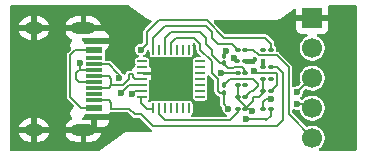
<source format=gbr>
%TF.GenerationSoftware,KiCad,Pcbnew,9.0.2-9.0.2-0~ubuntu22.04.1*%
%TF.CreationDate,2025-06-23T11:59:02+05:30*%
%TF.ProjectId,CP2102,43503231-3032-42e6-9b69-6361645f7063,rev?*%
%TF.SameCoordinates,Original*%
%TF.FileFunction,Copper,L1,Top*%
%TF.FilePolarity,Positive*%
%FSLAX46Y46*%
G04 Gerber Fmt 4.6, Leading zero omitted, Abs format (unit mm)*
G04 Created by KiCad (PCBNEW 9.0.2-9.0.2-0~ubuntu22.04.1) date 2025-06-23 11:59:02*
%MOMM*%
%LPD*%
G01*
G04 APERTURE LIST*
G04 Aperture macros list*
%AMRoundRect*
0 Rectangle with rounded corners*
0 $1 Rounding radius*
0 $2 $3 $4 $5 $6 $7 $8 $9 X,Y pos of 4 corners*
0 Add a 4 corners polygon primitive as box body*
4,1,4,$2,$3,$4,$5,$6,$7,$8,$9,$2,$3,0*
0 Add four circle primitives for the rounded corners*
1,1,$1+$1,$2,$3*
1,1,$1+$1,$4,$5*
1,1,$1+$1,$6,$7*
1,1,$1+$1,$8,$9*
0 Add four rect primitives between the rounded corners*
20,1,$1+$1,$2,$3,$4,$5,0*
20,1,$1+$1,$4,$5,$6,$7,0*
20,1,$1+$1,$6,$7,$8,$9,0*
20,1,$1+$1,$8,$9,$2,$3,0*%
G04 Aperture macros list end*
%TA.AperFunction,ComponentPad*%
%ADD10R,1.700000X1.700000*%
%TD*%
%TA.AperFunction,ComponentPad*%
%ADD11C,1.700000*%
%TD*%
%TA.AperFunction,SMDPad,CuDef*%
%ADD12RoundRect,0.100000X-0.130000X-0.100000X0.130000X-0.100000X0.130000X0.100000X-0.130000X0.100000X0*%
%TD*%
%TA.AperFunction,SMDPad,CuDef*%
%ADD13RoundRect,0.100000X0.130000X0.100000X-0.130000X0.100000X-0.130000X-0.100000X0.130000X-0.100000X0*%
%TD*%
%TA.AperFunction,SMDPad,CuDef*%
%ADD14R,1.450000X0.600000*%
%TD*%
%TA.AperFunction,SMDPad,CuDef*%
%ADD15R,1.450000X0.300000*%
%TD*%
%TA.AperFunction,HeatsinkPad*%
%ADD16O,2.100000X1.000000*%
%TD*%
%TA.AperFunction,HeatsinkPad*%
%ADD17O,1.600000X1.000000*%
%TD*%
%TA.AperFunction,SMDPad,CuDef*%
%ADD18RoundRect,0.100000X0.100000X-0.130000X0.100000X0.130000X-0.100000X0.130000X-0.100000X-0.130000X0*%
%TD*%
%TA.AperFunction,SMDPad,CuDef*%
%ADD19RoundRect,0.062500X-0.337500X-0.062500X0.337500X-0.062500X0.337500X0.062500X-0.337500X0.062500X0*%
%TD*%
%TA.AperFunction,SMDPad,CuDef*%
%ADD20RoundRect,0.062500X-0.062500X-0.337500X0.062500X-0.337500X0.062500X0.337500X-0.062500X0.337500X0*%
%TD*%
%TA.AperFunction,HeatsinkPad*%
%ADD21R,3.350000X3.350000*%
%TD*%
%TA.AperFunction,ViaPad*%
%ADD22C,0.600000*%
%TD*%
%TA.AperFunction,Conductor*%
%ADD23C,0.200000*%
%TD*%
G04 APERTURE END LIST*
D10*
%TO.P,J2,1,Pin_1*%
%TO.N,GND*%
X130500000Y-35340000D03*
D11*
%TO.P,J2,2,Pin_2*%
%TO.N,/VBUS*%
X130500000Y-37880000D03*
%TO.P,J2,3,Pin_3*%
%TO.N,/RX*%
X130500000Y-40420000D03*
%TO.P,J2,4,Pin_4*%
%TO.N,/TX*%
X130500000Y-42960000D03*
%TO.P,J2,5,Pin_5*%
%TO.N,/RST*%
X130500000Y-45500000D03*
%TD*%
D12*
%TO.P,C4,1*%
%TO.N,/VBUS*%
X124180000Y-41000000D03*
%TO.P,C4,2*%
%TO.N,GND*%
X124820000Y-41000000D03*
%TD*%
D13*
%TO.P,R3,1*%
%TO.N,/VBUS*%
X124820000Y-43000000D03*
%TO.P,R3,2*%
%TO.N,Net-(U1-~{RST})*%
X124180000Y-43000000D03*
%TD*%
D12*
%TO.P,R2,1*%
%TO.N,GND*%
X126335000Y-39500000D03*
%TO.P,R2,2*%
%TO.N,Net-(J1-CC2)*%
X126975000Y-39500000D03*
%TD*%
%TO.P,R1,1*%
%TO.N,Net-(J1-CC1)*%
X124135000Y-39000000D03*
%TO.P,R1,2*%
%TO.N,GND*%
X124775000Y-39000000D03*
%TD*%
D14*
%TO.P,J1,A1,GND*%
%TO.N,GND*%
X112045000Y-37250000D03*
%TO.P,J1,A4,VBUS*%
%TO.N,Net-(D3-Pad2)*%
X112045000Y-38050000D03*
D15*
%TO.P,J1,A5,CC1*%
%TO.N,Net-(J1-CC1)*%
X112045000Y-39250000D03*
%TO.P,J1,A6,D+*%
%TO.N,/D+*%
X112045000Y-40250000D03*
%TO.P,J1,A7,D-*%
%TO.N,/D-*%
X112045000Y-40750000D03*
%TO.P,J1,A8,SBU1*%
%TO.N,unconnected-(J1-SBU1-PadA8)*%
X112045000Y-41750000D03*
D14*
%TO.P,J1,A9,VBUS*%
%TO.N,Net-(D3-Pad2)*%
X112045000Y-42950000D03*
%TO.P,J1,A12,GND*%
%TO.N,GND*%
X112045000Y-43750000D03*
%TO.P,J1,B1,GND*%
X112045000Y-43750000D03*
%TO.P,J1,B4,VBUS*%
%TO.N,Net-(D3-Pad2)*%
X112045000Y-42950000D03*
D15*
%TO.P,J1,B5,CC2*%
%TO.N,Net-(J1-CC2)*%
X112045000Y-42250000D03*
%TO.P,J1,B6,D+*%
%TO.N,/D+*%
X112045000Y-41250000D03*
%TO.P,J1,B7,D-*%
%TO.N,/D-*%
X112045000Y-39750000D03*
%TO.P,J1,B8,SBU2*%
%TO.N,unconnected-(J1-SBU2-PadB8)*%
X112045000Y-38750000D03*
D14*
%TO.P,J1,B9,VBUS*%
%TO.N,Net-(D3-Pad2)*%
X112045000Y-38050000D03*
%TO.P,J1,B12,GND*%
%TO.N,GND*%
X112045000Y-37250000D03*
D16*
%TO.P,J1,S1,SHIELD*%
X111130000Y-36180000D03*
D17*
X106950000Y-36180000D03*
D16*
X111130000Y-44820000D03*
D17*
X106950000Y-44820000D03*
%TD*%
D12*
%TO.P,R7,1*%
%TO.N,/VBUS*%
X124180000Y-42000000D03*
%TO.P,R7,2*%
%TO.N,Net-(D5-A)*%
X124820000Y-42000000D03*
%TD*%
%TO.P,C2,1*%
%TO.N,Net-(U1-~{DTR})*%
X124180000Y-38000000D03*
%TO.P,C2,2*%
%TO.N,/RST*%
X124820000Y-38000000D03*
%TD*%
%TO.P,C3,1*%
%TO.N,/VBUS*%
X126335000Y-40500000D03*
%TO.P,C3,2*%
%TO.N,GND*%
X126975000Y-40500000D03*
%TD*%
D18*
%TO.P,D4,1,K*%
%TO.N,Net-(D4-K)*%
X123000000Y-39165000D03*
%TO.P,D4,2,A*%
%TO.N,Net-(D4-A)*%
X123000000Y-38525000D03*
%TD*%
D19*
%TO.P,U1,1,~{DCD}*%
%TO.N,unconnected-(U1-~{DCD}-Pad1)*%
X116100000Y-39000000D03*
%TO.P,U1,2,~{RI}/CLK*%
%TO.N,unconnected-(U1-~{RI}{slash}CLK-Pad2)*%
X116100000Y-39500000D03*
%TO.P,U1,3,GND*%
%TO.N,GND*%
X116100000Y-40000000D03*
%TO.P,U1,4,D+*%
%TO.N,/D+*%
X116100000Y-40500000D03*
%TO.P,U1,5,D-*%
%TO.N,/D-*%
X116100000Y-41000000D03*
%TO.P,U1,6,VDD*%
%TO.N,Net-(U1-VDD)*%
X116100000Y-41500000D03*
%TO.P,U1,7,VREGIN*%
%TO.N,/VBUS*%
X116100000Y-42000000D03*
D20*
%TO.P,U1,8,VBUS*%
X117050000Y-42950000D03*
%TO.P,U1,9,~{RST}*%
%TO.N,Net-(U1-~{RST})*%
X117550000Y-42950000D03*
%TO.P,U1,10,NC*%
%TO.N,unconnected-(U1-NC-Pad10)*%
X118050000Y-42950000D03*
%TO.P,U1,11,~{SUSPEND}*%
%TO.N,unconnected-(U1-~{SUSPEND}-Pad11)*%
X118550000Y-42950000D03*
%TO.P,U1,12,SUSPEND*%
%TO.N,unconnected-(U1-SUSPEND-Pad12)*%
X119050000Y-42950000D03*
%TO.P,U1,13,CHREN*%
%TO.N,unconnected-(U1-CHREN-Pad13)*%
X119550000Y-42950000D03*
%TO.P,U1,14,CHR1*%
%TO.N,unconnected-(U1-CHR1-Pad14)*%
X120050000Y-42950000D03*
D19*
%TO.P,U1,15,CHR0*%
%TO.N,unconnected-(U1-CHR0-Pad15)*%
X121000000Y-42000000D03*
%TO.P,U1,16,~{WAKEUP}/GPIO.3*%
%TO.N,unconnected-(U1-~{WAKEUP}{slash}GPIO.3-Pad16)*%
X121000000Y-41500000D03*
%TO.P,U1,17,RS485/GPIO.2*%
%TO.N,unconnected-(U1-RS485{slash}GPIO.2-Pad17)*%
X121000000Y-41000000D03*
%TO.P,U1,18,~{RXT}/GPIO.1*%
%TO.N,unconnected-(U1-~{RXT}{slash}GPIO.1-Pad18)*%
X121000000Y-40500000D03*
%TO.P,U1,19,~{TXT}/GPIO.0*%
%TO.N,unconnected-(U1-~{TXT}{slash}GPIO.0-Pad19)*%
X121000000Y-40000000D03*
%TO.P,U1,20,GPIO.6*%
%TO.N,unconnected-(U1-GPIO.6-Pad20)*%
X121000000Y-39500000D03*
%TO.P,U1,21,GPIO.5*%
%TO.N,unconnected-(U1-GPIO.5-Pad21)*%
X121000000Y-39000000D03*
D20*
%TO.P,U1,22,GPIO.4*%
%TO.N,unconnected-(U1-GPIO.4-Pad22)*%
X120050000Y-38050000D03*
%TO.P,U1,23,~{CTS}*%
%TO.N,unconnected-(U1-~{CTS}-Pad23)*%
X119550000Y-38050000D03*
%TO.P,U1,24,~{RTS}*%
%TO.N,unconnected-(U1-~{RTS}-Pad24)*%
X119050000Y-38050000D03*
%TO.P,U1,25,RXD*%
%TO.N,Net-(D5-K)*%
X118550000Y-38050000D03*
%TO.P,U1,26,TXD*%
%TO.N,Net-(D4-K)*%
X118050000Y-38050000D03*
%TO.P,U1,27,~{DSR}*%
%TO.N,unconnected-(U1-~{DSR}-Pad27)*%
X117550000Y-38050000D03*
%TO.P,U1,28,~{DTR}*%
%TO.N,Net-(U1-~{DTR})*%
X117050000Y-38050000D03*
D21*
%TO.P,U1,29,GND*%
%TO.N,GND*%
X118550000Y-40500000D03*
%TD*%
D12*
%TO.P,R5,1*%
%TO.N,/RX*%
X126335000Y-43000000D03*
%TO.P,R5,2*%
%TO.N,Net-(D5-K)*%
X126975000Y-43000000D03*
%TD*%
%TO.P,R4,1*%
%TO.N,/TX*%
X124180000Y-40000000D03*
%TO.P,R4,2*%
%TO.N,Net-(D4-K)*%
X124820000Y-40000000D03*
%TD*%
%TO.P,C1,1*%
%TO.N,GND*%
X126335000Y-38000000D03*
%TO.P,C1,2*%
%TO.N,Net-(U1-VDD)*%
X126975000Y-38000000D03*
%TD*%
D18*
%TO.P,D5,1,K*%
%TO.N,Net-(D5-K)*%
X123000000Y-41665000D03*
%TO.P,D5,2,A*%
%TO.N,Net-(D5-A)*%
X123000000Y-41025000D03*
%TD*%
D12*
%TO.P,R6,1*%
%TO.N,/VBUS*%
X126335000Y-41500000D03*
%TO.P,R6,2*%
%TO.N,Net-(D4-A)*%
X126975000Y-41500000D03*
%TD*%
D22*
%TO.N,Net-(U1-VDD)*%
X115200000Y-41800000D03*
X116000000Y-38000000D03*
%TO.N,/VBUS*%
X125400000Y-43200000D03*
%TO.N,Net-(D4-A)*%
X125600000Y-39800000D03*
X123200000Y-38100000D03*
%TO.N,Net-(D5-K)*%
X124900000Y-43900000D03*
X123400000Y-43000000D03*
%TO.N,/D-*%
X110800000Y-39100000D03*
X114300000Y-41700000D03*
%TO.N,Net-(J1-CC1)*%
X123900000Y-38700000D03*
X114100000Y-40400000D03*
%TO.N,/TX*%
X129200000Y-42600000D03*
X122800000Y-40000000D03*
%TO.N,/RX*%
X127000000Y-42200000D03*
X129200000Y-41600000D03*
%TD*%
D23*
%TO.N,Net-(U1-VDD)*%
X121565686Y-35500000D02*
X117500000Y-35500000D01*
X116100000Y-41500000D02*
X115500000Y-41500000D01*
X126500000Y-37000000D02*
X123065686Y-37000000D01*
X117500000Y-35500000D02*
X116500000Y-36500000D01*
X126975000Y-37525000D02*
X127000000Y-37500000D01*
X116500000Y-37500000D02*
X116000000Y-38000000D01*
X123065686Y-37000000D02*
X121565686Y-35500000D01*
X127000000Y-37500000D02*
X126500000Y-37000000D01*
X115500000Y-41500000D02*
X115200000Y-41800000D01*
X116500000Y-36500000D02*
X116500000Y-37500000D01*
X126975000Y-38000000D02*
X126975000Y-37525000D01*
%TO.N,/RST*%
X128500000Y-39500000D02*
X128500000Y-43500000D01*
X128500000Y-43500000D02*
X130500000Y-45500000D01*
X125500000Y-38000000D02*
X126000000Y-38500000D01*
X127500000Y-38500000D02*
X128500000Y-39500000D01*
X124820000Y-38000000D02*
X125500000Y-38000000D01*
X126000000Y-38500000D02*
X127500000Y-38500000D01*
%TO.N,Net-(U1-~{DTR})*%
X122000000Y-37000000D02*
X122500000Y-37500000D01*
X118000000Y-36000000D02*
X121500000Y-36000000D01*
X117050000Y-38050000D02*
X117000000Y-38000000D01*
X117000000Y-37000000D02*
X118000000Y-36000000D01*
X122500000Y-37500000D02*
X123680000Y-37500000D01*
X121500000Y-36000000D02*
X122000000Y-36500000D01*
X117000000Y-38000000D02*
X117000000Y-37000000D01*
X122000000Y-36500000D02*
X122000000Y-37000000D01*
X123680000Y-37500000D02*
X124180000Y-38000000D01*
%TO.N,/VBUS*%
X116000000Y-42500000D02*
X116000000Y-42100000D01*
X117000000Y-43000000D02*
X116500000Y-43000000D01*
X124820000Y-42820000D02*
X124180000Y-42180000D01*
X124820000Y-43000000D02*
X124820000Y-42820000D01*
X116000000Y-42100000D02*
X116100000Y-42000000D01*
X125500000Y-42000000D02*
X125500000Y-42320000D01*
X126000000Y-42000000D02*
X125500000Y-42000000D01*
X126335000Y-40500000D02*
X126335000Y-41500000D01*
X117050000Y-42950000D02*
X117000000Y-43000000D01*
X125200000Y-43000000D02*
X125400000Y-43200000D01*
X124820000Y-43000000D02*
X125200000Y-43000000D01*
X125500000Y-42320000D02*
X124820000Y-43000000D01*
X116500000Y-43000000D02*
X116000000Y-42500000D01*
X124180000Y-42000000D02*
X124180000Y-41000000D01*
X124180000Y-42180000D02*
X124180000Y-42000000D01*
X126335000Y-41665000D02*
X126000000Y-42000000D01*
X126335000Y-41500000D02*
X126335000Y-41665000D01*
%TO.N,Net-(D4-K)*%
X122032843Y-38467157D02*
X122730686Y-39165000D01*
X124600000Y-39500000D02*
X124600000Y-39600000D01*
X118050000Y-38050000D02*
X118000000Y-38000000D01*
X123000000Y-39165000D02*
X123000000Y-39200000D01*
X124600000Y-39600000D02*
X124820000Y-39820000D01*
X118500000Y-36500000D02*
X121000000Y-36500000D01*
X121500000Y-37000000D02*
X121500000Y-37500000D01*
X124820000Y-39820000D02*
X124820000Y-40000000D01*
X121000000Y-36500000D02*
X121500000Y-37000000D01*
X118000000Y-38000000D02*
X118000000Y-37000000D01*
X123400000Y-39600000D02*
X123781544Y-39600000D01*
X123781544Y-39600000D02*
X123881544Y-39500000D01*
X122730686Y-39165000D02*
X123000000Y-39165000D01*
X118000000Y-37000000D02*
X118500000Y-36500000D01*
X123881544Y-39500000D02*
X124600000Y-39500000D01*
X123000000Y-39200000D02*
X123400000Y-39600000D01*
X122032843Y-38032843D02*
X122032843Y-38467157D01*
X121500000Y-37500000D02*
X122032843Y-38032843D01*
%TO.N,Net-(D4-A)*%
X127434314Y-40000000D02*
X127505000Y-40070686D01*
X125600000Y-39800000D02*
X125800000Y-40000000D01*
X127505000Y-40970000D02*
X126975000Y-41500000D01*
X127505000Y-40070686D02*
X127505000Y-40970000D01*
X123000000Y-38525000D02*
X123000000Y-38300000D01*
X123000000Y-38300000D02*
X123200000Y-38100000D01*
X125800000Y-40000000D02*
X127434314Y-40000000D01*
%TO.N,Net-(D5-A)*%
X125500000Y-41500000D02*
X125320000Y-41500000D01*
X123000000Y-41025000D02*
X123000000Y-41000000D01*
X123000000Y-41000000D02*
X123500000Y-40500000D01*
X125320000Y-41500000D02*
X124820000Y-42000000D01*
X125935000Y-40935000D02*
X125935000Y-41065000D01*
X123500000Y-40500000D02*
X125500000Y-40500000D01*
X125935000Y-41065000D02*
X125500000Y-41500000D01*
X125500000Y-40500000D02*
X125935000Y-40935000D01*
%TO.N,Net-(D5-K)*%
X126975000Y-43625000D02*
X126975000Y-43000000D01*
X122000000Y-39000000D02*
X121000000Y-38000000D01*
X118550000Y-37450000D02*
X118550000Y-38050000D01*
X123000000Y-41665000D02*
X122665000Y-41665000D01*
X122500000Y-40500000D02*
X122000000Y-40000000D01*
X122500000Y-41500000D02*
X122500000Y-40500000D01*
X123000000Y-42600000D02*
X123400000Y-43000000D01*
X120500000Y-37000000D02*
X119000000Y-37000000D01*
X122000000Y-40000000D02*
X122000000Y-39000000D01*
X126500000Y-43900000D02*
X126600000Y-44000000D01*
X124800000Y-44000000D02*
X124900000Y-43900000D01*
X121000000Y-37500000D02*
X120500000Y-37000000D01*
X122665000Y-41665000D02*
X122500000Y-41500000D01*
X121000000Y-38000000D02*
X121000000Y-37500000D01*
X119000000Y-37000000D02*
X118550000Y-37450000D01*
X124900000Y-43900000D02*
X126500000Y-43900000D01*
X126600000Y-44000000D02*
X126975000Y-43625000D01*
X123000000Y-41665000D02*
X123000000Y-42600000D01*
%TO.N,/D+*%
X115000000Y-40100000D02*
X115300000Y-40100000D01*
X113500000Y-40500000D02*
X113500000Y-41000000D01*
X112045000Y-40250000D02*
X113250000Y-40250000D01*
X115500000Y-40500000D02*
X116100000Y-40500000D01*
X115300000Y-40100000D02*
X115300000Y-40300000D01*
X115300000Y-40300000D02*
X115500000Y-40500000D01*
X115000000Y-40500000D02*
X115000000Y-40100000D01*
X113250000Y-41250000D02*
X112045000Y-41250000D01*
X113250000Y-40250000D02*
X113500000Y-40500000D01*
X113500000Y-41000000D02*
X113250000Y-41250000D01*
X113500000Y-41000000D02*
X114500000Y-41000000D01*
X114500000Y-41000000D02*
X115000000Y-40500000D01*
%TO.N,/D-*%
X110800000Y-39700000D02*
X110750000Y-39750000D01*
X110500000Y-40500000D02*
X110750000Y-40750000D01*
X110500000Y-40000000D02*
X110500000Y-40500000D01*
X112045000Y-39750000D02*
X110750000Y-39750000D01*
X110750000Y-39750000D02*
X110500000Y-40000000D01*
X115000000Y-41000000D02*
X114300000Y-41700000D01*
X116100000Y-41000000D02*
X115000000Y-41000000D01*
X110800000Y-39100000D02*
X110800000Y-39700000D01*
X110750000Y-40750000D02*
X112045000Y-40750000D01*
%TO.N,Net-(D3-Pad2)*%
X112045000Y-38050000D02*
X110450000Y-38050000D01*
X110450000Y-38050000D02*
X110000000Y-38500000D01*
X112045000Y-42950000D02*
X110950000Y-42950000D01*
X110000000Y-38500000D02*
X110000000Y-42000000D01*
X110950000Y-42950000D02*
X110000000Y-42000000D01*
%TO.N,Net-(J1-CC1)*%
X114000000Y-40000000D02*
X114100000Y-40100000D01*
X124135000Y-38935000D02*
X123900000Y-38700000D01*
X113250000Y-39250000D02*
X114000000Y-40000000D01*
X114100000Y-40100000D02*
X114100000Y-40400000D01*
X112045000Y-39250000D02*
X113250000Y-39250000D01*
X124135000Y-39000000D02*
X124135000Y-38935000D01*
%TO.N,Net-(J1-CC2)*%
X127500000Y-44500000D02*
X117000000Y-44500000D01*
X115000000Y-43000000D02*
X113500000Y-43000000D01*
X128000000Y-44000000D02*
X127500000Y-44500000D01*
X117000000Y-44500000D02*
X116000000Y-43500000D01*
X113500000Y-42500000D02*
X113250000Y-42250000D01*
X113500000Y-43000000D02*
X113500000Y-42500000D01*
X127500000Y-39500000D02*
X128000000Y-40000000D01*
X128000000Y-40000000D02*
X128000000Y-44000000D01*
X115500000Y-43500000D02*
X115000000Y-43000000D01*
X126975000Y-39500000D02*
X127500000Y-39500000D01*
X113250000Y-42250000D02*
X112045000Y-42250000D01*
X116000000Y-43500000D02*
X115500000Y-43500000D01*
%TO.N,/TX*%
X129000000Y-42600000D02*
X129200000Y-42600000D01*
X130500000Y-42960000D02*
X130140000Y-42600000D01*
X123200000Y-40000000D02*
X122800000Y-40000000D01*
X124180000Y-40000000D02*
X123200000Y-40000000D01*
X130140000Y-42600000D02*
X129200000Y-42600000D01*
%TO.N,/RX*%
X126335000Y-43000000D02*
X126335000Y-42465000D01*
X126600000Y-42200000D02*
X127000000Y-42200000D01*
X130500000Y-40420000D02*
X130380000Y-40420000D01*
X126335000Y-42465000D02*
X126600000Y-42200000D01*
X130380000Y-40420000D02*
X129200000Y-41600000D01*
%TO.N,Net-(U1-~{RST})*%
X118000000Y-44000000D02*
X123500000Y-44000000D01*
X117550000Y-42950000D02*
X117500000Y-43000000D01*
X117500000Y-43500000D02*
X118000000Y-44000000D01*
X124180000Y-43320000D02*
X124180000Y-43000000D01*
X123500000Y-44000000D02*
X124180000Y-43320000D01*
X117500000Y-43000000D02*
X117500000Y-43500000D01*
%TD*%
%TA.AperFunction,Conductor*%
%TO.N,GND*%
G36*
X114855610Y-34225457D02*
G01*
X114922643Y-34245156D01*
X114925947Y-34247355D01*
X116444339Y-35293814D01*
X116569066Y-35379774D01*
X116569065Y-35379774D01*
X116578378Y-35386192D01*
X116592686Y-35400500D01*
X116632448Y-35423456D01*
X116649652Y-35435313D01*
X116670235Y-35449499D01*
X116678627Y-35452483D01*
X116699091Y-35461933D01*
X116706814Y-35466392D01*
X116746401Y-35476998D01*
X116749665Y-35477921D01*
X116752759Y-35478842D01*
X116794403Y-35493651D01*
X116805458Y-35494535D01*
X116817956Y-35498257D01*
X116836770Y-35510450D01*
X116857707Y-35518460D01*
X116865520Y-35529082D01*
X116876589Y-35536256D01*
X116885824Y-35556685D01*
X116899107Y-35574743D01*
X116899937Y-35587904D01*
X116905370Y-35599922D01*
X116902095Y-35622098D01*
X116903507Y-35644474D01*
X116897066Y-35656151D01*
X116895163Y-35669042D01*
X116881033Y-35685222D01*
X116870247Y-35704781D01*
X116315489Y-36259540D01*
X116259541Y-36315487D01*
X116259535Y-36315495D01*
X116219982Y-36384004D01*
X116219979Y-36384009D01*
X116210319Y-36420060D01*
X116199737Y-36459556D01*
X116199500Y-36460439D01*
X116199500Y-37324165D01*
X116190855Y-37353605D01*
X116184332Y-37383592D01*
X116180577Y-37388607D01*
X116179815Y-37391204D01*
X116163181Y-37411846D01*
X116111846Y-37463181D01*
X116050523Y-37496666D01*
X116024165Y-37499500D01*
X115934108Y-37499500D01*
X115806812Y-37533608D01*
X115692686Y-37599500D01*
X115692683Y-37599502D01*
X115599502Y-37692683D01*
X115599500Y-37692686D01*
X115533608Y-37806812D01*
X115505148Y-37913028D01*
X115499500Y-37934108D01*
X115499500Y-38065892D01*
X115505037Y-38086556D01*
X115533608Y-38193187D01*
X115550378Y-38222233D01*
X115599500Y-38307314D01*
X115692686Y-38400500D01*
X115771593Y-38446057D01*
X115819807Y-38496623D01*
X115833031Y-38565230D01*
X115807063Y-38630094D01*
X115750149Y-38670623D01*
X115733783Y-38675060D01*
X115659885Y-38689759D01*
X115659879Y-38689761D01*
X115572888Y-38747888D01*
X115514760Y-38834883D01*
X115514758Y-38834887D01*
X115499500Y-38911595D01*
X115499500Y-39088398D01*
X115514760Y-39165119D01*
X115525446Y-39181111D01*
X115546323Y-39247788D01*
X115539397Y-39290919D01*
X115534197Y-39305791D01*
X115514760Y-39334883D01*
X115502522Y-39396402D01*
X115499653Y-39404612D01*
X115484157Y-39426230D01*
X115471830Y-39449796D01*
X115459153Y-39461115D01*
X115458949Y-39461400D01*
X115458742Y-39461482D01*
X115458086Y-39462068D01*
X115361322Y-39536318D01*
X115271155Y-39653825D01*
X115242523Y-39722952D01*
X115198683Y-39777356D01*
X115132389Y-39799421D01*
X115127962Y-39799500D01*
X115039562Y-39799500D01*
X114960438Y-39799500D01*
X114922224Y-39809739D01*
X114884009Y-39819979D01*
X114884004Y-39819982D01*
X114815495Y-39859535D01*
X114815487Y-39859541D01*
X114759541Y-39915487D01*
X114759535Y-39915495D01*
X114719982Y-39984004D01*
X114719978Y-39984013D01*
X114706218Y-40035364D01*
X114703850Y-40039248D01*
X114703635Y-40043794D01*
X114685830Y-40068810D01*
X114669852Y-40095023D01*
X114665759Y-40097011D01*
X114663121Y-40100718D01*
X114634629Y-40112133D01*
X114607005Y-40125552D01*
X114602485Y-40125011D01*
X114598263Y-40126703D01*
X114568114Y-40120900D01*
X114537629Y-40117255D01*
X114532872Y-40114118D01*
X114529653Y-40113499D01*
X114508355Y-40097951D01*
X114500898Y-40093034D01*
X114499834Y-40092020D01*
X114407314Y-39999500D01*
X114395737Y-39992816D01*
X114385016Y-39982599D01*
X114376911Y-39968569D01*
X114363174Y-39954832D01*
X114340460Y-39915489D01*
X113434510Y-39009539D01*
X113400902Y-38990136D01*
X113390293Y-38984011D01*
X113369618Y-38972074D01*
X113365990Y-38969979D01*
X113365991Y-38969979D01*
X113327775Y-38959739D01*
X113289562Y-38949500D01*
X113289560Y-38949500D01*
X113094500Y-38949500D01*
X113027461Y-38929815D01*
X112981706Y-38877011D01*
X112970500Y-38825500D01*
X112970500Y-38580249D01*
X112970499Y-38580247D01*
X112956485Y-38509790D01*
X112957762Y-38509535D01*
X112951680Y-38452991D01*
X112958694Y-38429100D01*
X112960138Y-38421840D01*
X112970500Y-38369748D01*
X112970500Y-38086556D01*
X112990185Y-38019517D01*
X113020189Y-37987290D01*
X113127187Y-37907190D01*
X113127190Y-37907187D01*
X113213350Y-37792093D01*
X113213354Y-37792086D01*
X113263596Y-37657379D01*
X113263598Y-37657372D01*
X113269999Y-37597844D01*
X113270000Y-37597827D01*
X113270000Y-37500000D01*
X112295000Y-37500000D01*
X112281819Y-37513181D01*
X112220496Y-37546666D01*
X112194138Y-37549500D01*
X111895862Y-37549500D01*
X111828823Y-37529815D01*
X111808181Y-37513181D01*
X111795000Y-37500000D01*
X111261476Y-37500000D01*
X111194437Y-37480315D01*
X111148682Y-37427511D01*
X111141703Y-37408100D01*
X111136281Y-37387865D01*
X111060515Y-37256635D01*
X111015561Y-37211681D01*
X110982076Y-37150358D01*
X110987060Y-37080666D01*
X111028932Y-37024733D01*
X111094396Y-37000316D01*
X111103242Y-37000000D01*
X113270000Y-37000000D01*
X113270000Y-36902172D01*
X113269999Y-36902155D01*
X113263598Y-36842627D01*
X113263596Y-36842620D01*
X113213354Y-36707913D01*
X113213350Y-36707906D01*
X113127190Y-36592812D01*
X113127187Y-36592809D01*
X113012093Y-36506649D01*
X113012086Y-36506645D01*
X112877379Y-36456403D01*
X112877372Y-36456401D01*
X112817844Y-36450000D01*
X112724924Y-36450000D01*
X112657885Y-36430315D01*
X112657531Y-36430000D01*
X111846988Y-36430000D01*
X111864205Y-36420060D01*
X111920060Y-36364205D01*
X111959556Y-36295796D01*
X111980000Y-36219496D01*
X111980000Y-36140504D01*
X111959556Y-36064204D01*
X111920060Y-35995795D01*
X111864205Y-35939940D01*
X111846988Y-35930000D01*
X112649862Y-35930000D01*
X112641569Y-35888309D01*
X112641569Y-35888307D01*
X112566192Y-35706328D01*
X112566185Y-35706315D01*
X112456751Y-35542537D01*
X112456748Y-35542533D01*
X112317466Y-35403251D01*
X112317462Y-35403248D01*
X112153684Y-35293814D01*
X112153671Y-35293807D01*
X111971693Y-35218430D01*
X111971681Y-35218427D01*
X111778495Y-35180000D01*
X111380000Y-35180000D01*
X111380000Y-35880000D01*
X110880000Y-35880000D01*
X110880000Y-35180000D01*
X110481504Y-35180000D01*
X110288318Y-35218427D01*
X110288306Y-35218430D01*
X110106328Y-35293807D01*
X110106315Y-35293814D01*
X109942537Y-35403248D01*
X109942533Y-35403251D01*
X109803251Y-35542533D01*
X109803248Y-35542537D01*
X109693814Y-35706315D01*
X109693807Y-35706328D01*
X109618430Y-35888307D01*
X109618430Y-35888309D01*
X109610138Y-35930000D01*
X110413012Y-35930000D01*
X110395795Y-35939940D01*
X110339940Y-35995795D01*
X110300444Y-36064204D01*
X110280000Y-36140504D01*
X110280000Y-36219496D01*
X110300444Y-36295796D01*
X110339940Y-36364205D01*
X110395795Y-36420060D01*
X110413012Y-36430000D01*
X109610138Y-36430000D01*
X109618430Y-36471690D01*
X109618430Y-36471692D01*
X109693807Y-36653671D01*
X109693814Y-36653684D01*
X109803248Y-36817462D01*
X109803251Y-36817466D01*
X109942533Y-36956748D01*
X109942537Y-36956751D01*
X110111387Y-37069574D01*
X110110430Y-37071005D01*
X110154425Y-37114211D01*
X110169895Y-37182346D01*
X110146072Y-37248029D01*
X110144309Y-37250094D01*
X110144432Y-37250189D01*
X110139485Y-37256635D01*
X110063719Y-37387863D01*
X110038482Y-37482053D01*
X110024500Y-37534234D01*
X110024500Y-37685766D01*
X110063150Y-37830009D01*
X110063719Y-37832134D01*
X110063720Y-37832137D01*
X110081727Y-37863326D01*
X110098200Y-37931226D01*
X110075347Y-37997253D01*
X110062021Y-38013007D01*
X109815489Y-38259540D01*
X109759541Y-38315487D01*
X109759535Y-38315495D01*
X109719982Y-38384004D01*
X109719979Y-38384009D01*
X109709535Y-38422989D01*
X109699500Y-38460438D01*
X109699500Y-42039562D01*
X109707879Y-42070833D01*
X109719979Y-42115990D01*
X109738039Y-42147269D01*
X109738040Y-42147273D01*
X109738041Y-42147273D01*
X109748342Y-42165116D01*
X109759539Y-42184509D01*
X109759541Y-42184512D01*
X110295855Y-42720826D01*
X110329340Y-42782149D01*
X110324356Y-42851841D01*
X110282484Y-42907774D01*
X110270176Y-42915893D01*
X110246638Y-42929483D01*
X110246632Y-42929487D01*
X110139487Y-43036632D01*
X110139485Y-43036635D01*
X110063719Y-43167863D01*
X110036420Y-43269748D01*
X110024500Y-43314234D01*
X110024500Y-43465766D01*
X110027918Y-43478523D01*
X110063719Y-43612136D01*
X110073834Y-43629655D01*
X110139485Y-43743365D01*
X110139487Y-43743367D01*
X110144432Y-43749811D01*
X110141612Y-43751974D01*
X110167302Y-43799020D01*
X110162318Y-43868712D01*
X110120446Y-43924645D01*
X110111379Y-43930416D01*
X110111387Y-43930427D01*
X109942536Y-44043248D01*
X109803251Y-44182533D01*
X109803248Y-44182537D01*
X109693814Y-44346315D01*
X109693807Y-44346328D01*
X109618430Y-44528307D01*
X109618430Y-44528309D01*
X109610138Y-44570000D01*
X110413012Y-44570000D01*
X110395795Y-44579940D01*
X110339940Y-44635795D01*
X110300444Y-44704204D01*
X110280000Y-44780504D01*
X110280000Y-44859496D01*
X110300444Y-44935796D01*
X110339940Y-45004205D01*
X110395795Y-45060060D01*
X110413012Y-45070000D01*
X109610138Y-45070000D01*
X109618430Y-45111690D01*
X109618430Y-45111692D01*
X109693807Y-45293671D01*
X109693814Y-45293684D01*
X109803248Y-45457462D01*
X109803251Y-45457466D01*
X109942533Y-45596748D01*
X109942537Y-45596751D01*
X110106315Y-45706185D01*
X110106328Y-45706192D01*
X110288306Y-45781569D01*
X110288318Y-45781572D01*
X110481504Y-45819999D01*
X110481508Y-45820000D01*
X110880000Y-45820000D01*
X110880000Y-45120000D01*
X111380000Y-45120000D01*
X111380000Y-45820000D01*
X111778492Y-45820000D01*
X111778495Y-45819999D01*
X111971681Y-45781572D01*
X111971693Y-45781569D01*
X112153671Y-45706192D01*
X112153684Y-45706185D01*
X112317462Y-45596751D01*
X112317466Y-45596748D01*
X112456748Y-45457466D01*
X112456751Y-45457462D01*
X112566185Y-45293684D01*
X112566192Y-45293671D01*
X112641569Y-45111692D01*
X112641569Y-45111690D01*
X112649862Y-45070000D01*
X111846988Y-45070000D01*
X111864205Y-45060060D01*
X111920060Y-45004205D01*
X111959556Y-44935796D01*
X111980000Y-44859496D01*
X111980000Y-44780504D01*
X111959556Y-44704204D01*
X111920060Y-44635795D01*
X111864205Y-44579940D01*
X111846988Y-44570000D01*
X112295000Y-44570000D01*
X112666265Y-44570000D01*
X112686818Y-44556000D01*
X112724924Y-44550000D01*
X112817828Y-44550000D01*
X112817844Y-44549999D01*
X112877372Y-44543598D01*
X112877379Y-44543596D01*
X113012086Y-44493354D01*
X113012093Y-44493350D01*
X113127187Y-44407190D01*
X113127190Y-44407187D01*
X113213350Y-44292093D01*
X113213354Y-44292086D01*
X113263596Y-44157379D01*
X113263598Y-44157372D01*
X113269999Y-44097844D01*
X113270000Y-44097827D01*
X113270000Y-44000000D01*
X112295000Y-44000000D01*
X112295000Y-44570000D01*
X111846988Y-44570000D01*
X111795796Y-44540444D01*
X111795000Y-44540230D01*
X111795000Y-44000000D01*
X111103242Y-44000000D01*
X111036203Y-43980315D01*
X110990448Y-43927511D01*
X110980504Y-43858353D01*
X111009529Y-43794797D01*
X111015561Y-43788319D01*
X111027905Y-43775975D01*
X111060515Y-43743365D01*
X111136281Y-43612135D01*
X111141701Y-43591903D01*
X111178067Y-43532245D01*
X111240914Y-43501717D01*
X111261476Y-43500000D01*
X113270000Y-43500000D01*
X113270000Y-43411071D01*
X113289685Y-43344032D01*
X113342489Y-43298277D01*
X113411647Y-43288333D01*
X113426078Y-43291293D01*
X113460438Y-43300500D01*
X113539562Y-43300500D01*
X114824167Y-43300500D01*
X114891206Y-43320185D01*
X114911848Y-43336819D01*
X115315489Y-43740460D01*
X115384012Y-43780022D01*
X115460438Y-43800500D01*
X115824167Y-43800500D01*
X115891206Y-43820185D01*
X115911848Y-43836819D01*
X116815489Y-44740460D01*
X116829959Y-44748814D01*
X116863385Y-44768114D01*
X116911600Y-44818681D01*
X116924822Y-44887288D01*
X116898854Y-44952153D01*
X116841939Y-44992681D01*
X116801384Y-44999500D01*
X114840621Y-44999500D01*
X114815681Y-44995425D01*
X114774997Y-44999500D01*
X114734103Y-44999500D01*
X114719413Y-45003435D01*
X114719414Y-45003436D01*
X114709694Y-45006040D01*
X114684553Y-45008559D01*
X114646311Y-45023023D01*
X114640332Y-45024626D01*
X114640331Y-45024625D01*
X114606816Y-45033607D01*
X114606814Y-45033607D01*
X114606814Y-45033608D01*
X114593634Y-45041217D01*
X114593633Y-45041216D01*
X114584917Y-45046247D01*
X114561293Y-45055185D01*
X114528119Y-45079039D01*
X114522752Y-45082138D01*
X114522740Y-45082147D01*
X114492686Y-45099499D01*
X114481923Y-45110262D01*
X114466641Y-45123248D01*
X112446168Y-46576173D01*
X112380248Y-46599331D01*
X112373774Y-46599500D01*
X105071975Y-46599500D01*
X105063706Y-46599499D01*
X105063697Y-46599497D01*
X105034453Y-46599498D01*
X105027000Y-46599498D01*
X104995295Y-46590186D01*
X104959969Y-46579815D01*
X104959965Y-46579811D01*
X104959962Y-46579810D01*
X104938168Y-46554656D01*
X104914213Y-46527012D01*
X104914212Y-46527007D01*
X104914209Y-46527004D01*
X104914204Y-46526972D01*
X104903006Y-46475293D01*
X104906186Y-44570000D01*
X105680138Y-44570000D01*
X106483012Y-44570000D01*
X106465795Y-44579940D01*
X106409940Y-44635795D01*
X106370444Y-44704204D01*
X106350000Y-44780504D01*
X106350000Y-44859496D01*
X106370444Y-44935796D01*
X106409940Y-45004205D01*
X106465795Y-45060060D01*
X106483012Y-45070000D01*
X105680138Y-45070000D01*
X105688430Y-45111690D01*
X105688430Y-45111692D01*
X105763807Y-45293671D01*
X105763814Y-45293684D01*
X105873248Y-45457462D01*
X105873251Y-45457466D01*
X106012533Y-45596748D01*
X106012537Y-45596751D01*
X106176315Y-45706185D01*
X106176328Y-45706192D01*
X106358306Y-45781569D01*
X106358318Y-45781572D01*
X106551504Y-45819999D01*
X106551508Y-45820000D01*
X106700000Y-45820000D01*
X106700000Y-45120000D01*
X107200000Y-45120000D01*
X107200000Y-45820000D01*
X107348492Y-45820000D01*
X107348495Y-45819999D01*
X107541681Y-45781572D01*
X107541693Y-45781569D01*
X107723671Y-45706192D01*
X107723684Y-45706185D01*
X107887462Y-45596751D01*
X107887466Y-45596748D01*
X108026748Y-45457466D01*
X108026751Y-45457462D01*
X108136185Y-45293684D01*
X108136192Y-45293671D01*
X108211569Y-45111692D01*
X108211569Y-45111690D01*
X108219862Y-45070000D01*
X107416988Y-45070000D01*
X107434205Y-45060060D01*
X107490060Y-45004205D01*
X107529556Y-44935796D01*
X107550000Y-44859496D01*
X107550000Y-44780504D01*
X107529556Y-44704204D01*
X107490060Y-44635795D01*
X107434205Y-44579940D01*
X107416988Y-44570000D01*
X108219862Y-44570000D01*
X108211569Y-44528309D01*
X108211569Y-44528307D01*
X108136192Y-44346328D01*
X108136185Y-44346315D01*
X108026751Y-44182537D01*
X108026748Y-44182533D01*
X107887466Y-44043251D01*
X107887462Y-44043248D01*
X107723684Y-43933814D01*
X107723671Y-43933807D01*
X107541693Y-43858430D01*
X107541681Y-43858427D01*
X107348495Y-43820000D01*
X107200000Y-43820000D01*
X107200000Y-44520000D01*
X106700000Y-44520000D01*
X106700000Y-43820000D01*
X106551504Y-43820000D01*
X106358318Y-43858427D01*
X106358306Y-43858430D01*
X106176328Y-43933807D01*
X106176315Y-43933814D01*
X106012537Y-44043248D01*
X106012533Y-44043251D01*
X105873251Y-44182533D01*
X105873248Y-44182537D01*
X105763814Y-44346315D01*
X105763807Y-44346328D01*
X105688430Y-44528307D01*
X105688430Y-44528309D01*
X105680138Y-44570000D01*
X104906186Y-44570000D01*
X104920608Y-35930000D01*
X105680138Y-35930000D01*
X106483012Y-35930000D01*
X106465795Y-35939940D01*
X106409940Y-35995795D01*
X106370444Y-36064204D01*
X106350000Y-36140504D01*
X106350000Y-36219496D01*
X106370444Y-36295796D01*
X106409940Y-36364205D01*
X106465795Y-36420060D01*
X106483012Y-36430000D01*
X105680138Y-36430000D01*
X105688430Y-36471690D01*
X105688430Y-36471692D01*
X105763807Y-36653671D01*
X105763814Y-36653684D01*
X105873248Y-36817462D01*
X105873251Y-36817466D01*
X106012533Y-36956748D01*
X106012537Y-36956751D01*
X106176315Y-37066185D01*
X106176328Y-37066192D01*
X106358306Y-37141569D01*
X106358318Y-37141572D01*
X106551504Y-37179999D01*
X106551508Y-37180000D01*
X106700000Y-37180000D01*
X106700000Y-36480000D01*
X107200000Y-36480000D01*
X107200000Y-37180000D01*
X107348492Y-37180000D01*
X107348495Y-37179999D01*
X107541681Y-37141572D01*
X107541693Y-37141569D01*
X107723671Y-37066192D01*
X107723684Y-37066185D01*
X107887462Y-36956751D01*
X107887466Y-36956748D01*
X108026748Y-36817466D01*
X108026751Y-36817462D01*
X108136185Y-36653684D01*
X108136192Y-36653671D01*
X108211569Y-36471692D01*
X108211569Y-36471690D01*
X108219862Y-36430000D01*
X107416988Y-36430000D01*
X107434205Y-36420060D01*
X107490060Y-36364205D01*
X107529556Y-36295796D01*
X107550000Y-36219496D01*
X107550000Y-36140504D01*
X107529556Y-36064204D01*
X107490060Y-35995795D01*
X107434205Y-35939940D01*
X107416988Y-35930000D01*
X108219862Y-35930000D01*
X108211569Y-35888309D01*
X108211569Y-35888307D01*
X108136192Y-35706328D01*
X108136185Y-35706315D01*
X108026751Y-35542537D01*
X108026748Y-35542533D01*
X107887466Y-35403251D01*
X107887462Y-35403248D01*
X107723684Y-35293814D01*
X107723671Y-35293807D01*
X107541693Y-35218430D01*
X107541681Y-35218427D01*
X107348495Y-35180000D01*
X107200000Y-35180000D01*
X107200000Y-35880000D01*
X106700000Y-35880000D01*
X106700000Y-35180000D01*
X106551504Y-35180000D01*
X106358318Y-35218427D01*
X106358306Y-35218430D01*
X106176328Y-35293807D01*
X106176315Y-35293814D01*
X106012537Y-35403248D01*
X106012533Y-35403251D01*
X105873251Y-35542533D01*
X105873248Y-35542537D01*
X105763814Y-35706315D01*
X105763807Y-35706328D01*
X105688430Y-35888307D01*
X105688430Y-35888309D01*
X105680138Y-35930000D01*
X104920608Y-35930000D01*
X104923205Y-34374326D01*
X104923242Y-34366215D01*
X104923330Y-34365892D01*
X104923330Y-34346995D01*
X104923331Y-34346776D01*
X104933268Y-34313494D01*
X104943015Y-34280301D01*
X104943236Y-34280109D01*
X104943321Y-34279826D01*
X104969784Y-34257105D01*
X104995819Y-34234546D01*
X104996141Y-34234475D01*
X104996332Y-34234312D01*
X104997895Y-34234094D01*
X105047355Y-34223340D01*
X114855610Y-34225457D01*
G37*
%TD.AperFunction*%
%TA.AperFunction,Conductor*%
G36*
X134192518Y-34243015D02*
G01*
X134238273Y-34295819D01*
X134249478Y-34347305D01*
X134251662Y-46452648D01*
X134231990Y-46519691D01*
X134179194Y-46565455D01*
X134127662Y-46576670D01*
X131188273Y-46576670D01*
X131121234Y-46556985D01*
X131075479Y-46504181D01*
X131065535Y-46435023D01*
X131094560Y-46371467D01*
X131119380Y-46349568D01*
X131169655Y-46315977D01*
X131315977Y-46169655D01*
X131430941Y-45997598D01*
X131510130Y-45806420D01*
X131550500Y-45603465D01*
X131550500Y-45396535D01*
X131510130Y-45193580D01*
X131430941Y-45002402D01*
X131315977Y-44830345D01*
X131315975Y-44830342D01*
X131169657Y-44684024D01*
X131048580Y-44603124D01*
X130997598Y-44569059D01*
X130951583Y-44549999D01*
X130806420Y-44489870D01*
X130806412Y-44489868D01*
X130603469Y-44449500D01*
X130603465Y-44449500D01*
X130396535Y-44449500D01*
X130396530Y-44449500D01*
X130193587Y-44489868D01*
X130193579Y-44489870D01*
X130073029Y-44539804D01*
X130003559Y-44547273D01*
X129941080Y-44515998D01*
X129937895Y-44512924D01*
X128836819Y-43411848D01*
X128822115Y-43384920D01*
X128805523Y-43359102D01*
X128804631Y-43352901D01*
X128803334Y-43350525D01*
X128800500Y-43324167D01*
X128800500Y-43162051D01*
X128820185Y-43095012D01*
X128872989Y-43049257D01*
X128942147Y-43039313D01*
X128986499Y-43054663D01*
X129006814Y-43066392D01*
X129134108Y-43100500D01*
X129134110Y-43100500D01*
X129265889Y-43100500D01*
X129265892Y-43100500D01*
X129319323Y-43086183D01*
X129389170Y-43087846D01*
X129447032Y-43127008D01*
X129473031Y-43181767D01*
X129489868Y-43266412D01*
X129489870Y-43266420D01*
X129550108Y-43411848D01*
X129569059Y-43457598D01*
X129598538Y-43501717D01*
X129684024Y-43629657D01*
X129830342Y-43775975D01*
X129830345Y-43775977D01*
X130002402Y-43890941D01*
X130193580Y-43970130D01*
X130343748Y-44000000D01*
X130396530Y-44010499D01*
X130396534Y-44010500D01*
X130396535Y-44010500D01*
X130603466Y-44010500D01*
X130603467Y-44010499D01*
X130806420Y-43970130D01*
X130997598Y-43890941D01*
X131169655Y-43775977D01*
X131315977Y-43629655D01*
X131430941Y-43457598D01*
X131510130Y-43266420D01*
X131550500Y-43063465D01*
X131550500Y-42856535D01*
X131510130Y-42653580D01*
X131430941Y-42462402D01*
X131315977Y-42290345D01*
X131315975Y-42290342D01*
X131169657Y-42144024D01*
X131053172Y-42066192D01*
X130997598Y-42029059D01*
X130985843Y-42024190D01*
X130806420Y-41949870D01*
X130806412Y-41949868D01*
X130603469Y-41909500D01*
X130603465Y-41909500D01*
X130396535Y-41909500D01*
X130396530Y-41909500D01*
X130193587Y-41949868D01*
X130193579Y-41949870D01*
X130002403Y-42029058D01*
X129830344Y-42144023D01*
X129728771Y-42245596D01*
X129721681Y-42249467D01*
X129716944Y-42256006D01*
X129691463Y-42265967D01*
X129667448Y-42279080D01*
X129659393Y-42278503D01*
X129651870Y-42281445D01*
X129625044Y-42276047D01*
X129597756Y-42274096D01*
X129589534Y-42268902D01*
X129583373Y-42267663D01*
X129558065Y-42249024D01*
X129554791Y-42246956D01*
X129554109Y-42246295D01*
X129507314Y-42199500D01*
X129503634Y-42197375D01*
X129495036Y-42189042D01*
X129481201Y-42164621D01*
X129464645Y-42141947D01*
X129464209Y-42134627D01*
X129460596Y-42128250D01*
X129462160Y-42100227D01*
X129460491Y-42072201D01*
X129464081Y-42065807D01*
X129464490Y-42058489D01*
X129480956Y-42035759D01*
X129494704Y-42011281D01*
X129505414Y-42001999D01*
X129505481Y-42001908D01*
X129505552Y-42001879D01*
X129505847Y-42001625D01*
X129507306Y-42000504D01*
X129507314Y-42000500D01*
X129600500Y-41907314D01*
X129666392Y-41793186D01*
X129700500Y-41665892D01*
X129700500Y-41575832D01*
X129709145Y-41546388D01*
X129715668Y-41516406D01*
X129719422Y-41511390D01*
X129720185Y-41508793D01*
X129736813Y-41488156D01*
X129853718Y-41371251D01*
X129915037Y-41337769D01*
X129984729Y-41342753D01*
X129999849Y-41349577D01*
X130002398Y-41350939D01*
X130002400Y-41350940D01*
X130002402Y-41350941D01*
X130193580Y-41430130D01*
X130368930Y-41465009D01*
X130396530Y-41470499D01*
X130396534Y-41470500D01*
X130396535Y-41470500D01*
X130603466Y-41470500D01*
X130603467Y-41470499D01*
X130806420Y-41430130D01*
X130997598Y-41350941D01*
X131169655Y-41235977D01*
X131315977Y-41089655D01*
X131430941Y-40917598D01*
X131510130Y-40726420D01*
X131550500Y-40523465D01*
X131550500Y-40316535D01*
X131510130Y-40113580D01*
X131430941Y-39922402D01*
X131315977Y-39750345D01*
X131315975Y-39750342D01*
X131169657Y-39604024D01*
X131083626Y-39546541D01*
X130997598Y-39489059D01*
X130996958Y-39488794D01*
X130806420Y-39409870D01*
X130806412Y-39409868D01*
X130603469Y-39369500D01*
X130603465Y-39369500D01*
X130396535Y-39369500D01*
X130396530Y-39369500D01*
X130193587Y-39409868D01*
X130193579Y-39409870D01*
X130002403Y-39489058D01*
X129830342Y-39604024D01*
X129684024Y-39750342D01*
X129569058Y-39922403D01*
X129489870Y-40113579D01*
X129489868Y-40113587D01*
X129449500Y-40316530D01*
X129449500Y-40523469D01*
X129489867Y-40726412D01*
X129489869Y-40726416D01*
X129489870Y-40726420D01*
X129498721Y-40747788D01*
X129504657Y-40762119D01*
X129506793Y-40781994D01*
X129513779Y-40800724D01*
X129510450Y-40816022D01*
X129512124Y-40831589D01*
X129503176Y-40849464D01*
X129498927Y-40868997D01*
X129482238Y-40891290D01*
X129480849Y-40894067D01*
X129477777Y-40897251D01*
X129311845Y-41063182D01*
X129250524Y-41096666D01*
X129224166Y-41099500D01*
X129134108Y-41099500D01*
X129006814Y-41133608D01*
X129006813Y-41133608D01*
X129006811Y-41133609D01*
X129006808Y-41133610D01*
X128986498Y-41145336D01*
X128918598Y-41161807D01*
X128852571Y-41138954D01*
X128809382Y-41084032D01*
X128800500Y-41037948D01*
X128800500Y-39460440D01*
X128800500Y-39460438D01*
X128787414Y-39411600D01*
X128780022Y-39384012D01*
X128740460Y-39315489D01*
X127684511Y-38259540D01*
X127684507Y-38259537D01*
X127663339Y-38247316D01*
X127663337Y-38247315D01*
X127651463Y-38240460D01*
X127615989Y-38219979D01*
X127539562Y-38199500D01*
X127510551Y-38199500D01*
X127492465Y-38193840D01*
X127478533Y-38184534D01*
X127462461Y-38179815D01*
X127450084Y-38165531D01*
X127434364Y-38155031D01*
X127427674Y-38139669D01*
X127416706Y-38127011D01*
X127411258Y-38101970D01*
X127406469Y-38090972D01*
X127407491Y-38084655D01*
X127405500Y-38075501D01*
X127405499Y-37855143D01*
X127405499Y-37855136D01*
X127402832Y-37832135D01*
X127402586Y-37830012D01*
X127402585Y-37830010D01*
X127402585Y-37830009D01*
X127357206Y-37727235D01*
X127357205Y-37727233D01*
X127323445Y-37693473D01*
X127289960Y-37632150D01*
X127291351Y-37573703D01*
X127300500Y-37539562D01*
X127300500Y-37460438D01*
X127280022Y-37384012D01*
X127279092Y-37382402D01*
X127273658Y-37372989D01*
X127240460Y-37315489D01*
X126684511Y-36759540D01*
X126684510Y-36759539D01*
X126684507Y-36759537D01*
X126651462Y-36740459D01*
X126651462Y-36740458D01*
X126651460Y-36740458D01*
X126639083Y-36733312D01*
X126615990Y-36719979D01*
X126615991Y-36719979D01*
X126570933Y-36707906D01*
X126539562Y-36699500D01*
X126539560Y-36699500D01*
X123241519Y-36699500D01*
X123174480Y-36679815D01*
X123153838Y-36663181D01*
X122202838Y-35712181D01*
X122169353Y-35650858D01*
X122174337Y-35581166D01*
X122216209Y-35525233D01*
X122281673Y-35500816D01*
X122290519Y-35500500D01*
X127349878Y-35500500D01*
X127365339Y-35503628D01*
X127415574Y-35500500D01*
X127465892Y-35500500D01*
X127469131Y-35499631D01*
X127493514Y-35495646D01*
X127496868Y-35495438D01*
X127544575Y-35479417D01*
X127593186Y-35466392D01*
X127606845Y-35458505D01*
X127621796Y-35453485D01*
X127660530Y-35427785D01*
X127667057Y-35423741D01*
X127707314Y-35400500D01*
X127709678Y-35398135D01*
X127728806Y-35382486D01*
X128957450Y-34567324D01*
X129024192Y-34546666D01*
X129091511Y-34565371D01*
X129138031Y-34617502D01*
X129150000Y-34670653D01*
X129150000Y-35090000D01*
X130066988Y-35090000D01*
X130034075Y-35147007D01*
X130000000Y-35274174D01*
X130000000Y-35405826D01*
X130034075Y-35532993D01*
X130066988Y-35590000D01*
X129150000Y-35590000D01*
X129150000Y-36237844D01*
X129156401Y-36297372D01*
X129156403Y-36297379D01*
X129206645Y-36432086D01*
X129206649Y-36432093D01*
X129292809Y-36547187D01*
X129292812Y-36547190D01*
X129407906Y-36633350D01*
X129407913Y-36633354D01*
X129542620Y-36683596D01*
X129542627Y-36683598D01*
X129602155Y-36689999D01*
X129602172Y-36690000D01*
X130004435Y-36690000D01*
X130071474Y-36709685D01*
X130117229Y-36762489D01*
X130127173Y-36831647D01*
X130098148Y-36895203D01*
X130051888Y-36928561D01*
X130002403Y-36949058D01*
X129830342Y-37064024D01*
X129684024Y-37210342D01*
X129569058Y-37382403D01*
X129489870Y-37573579D01*
X129489868Y-37573587D01*
X129449500Y-37776530D01*
X129449500Y-37983469D01*
X129489868Y-38186412D01*
X129489870Y-38186420D01*
X129557834Y-38350500D01*
X129569059Y-38377598D01*
X129602245Y-38427264D01*
X129684024Y-38549657D01*
X129830342Y-38695975D01*
X129830345Y-38695977D01*
X130002402Y-38810941D01*
X130193580Y-38890130D01*
X130342481Y-38919748D01*
X130396530Y-38930499D01*
X130396534Y-38930500D01*
X130396535Y-38930500D01*
X130603466Y-38930500D01*
X130603467Y-38930499D01*
X130806420Y-38890130D01*
X130997598Y-38810941D01*
X131169655Y-38695977D01*
X131315977Y-38549655D01*
X131430941Y-38377598D01*
X131510130Y-38186420D01*
X131550500Y-37983465D01*
X131550500Y-37776535D01*
X131510130Y-37573580D01*
X131430941Y-37382402D01*
X131315977Y-37210345D01*
X131315975Y-37210342D01*
X131169657Y-37064024D01*
X130999789Y-36950523D01*
X130997598Y-36949059D01*
X130948112Y-36928561D01*
X130893709Y-36884720D01*
X130871644Y-36818426D01*
X130888923Y-36750726D01*
X130940061Y-36703116D01*
X130995565Y-36690000D01*
X131397828Y-36690000D01*
X131397844Y-36689999D01*
X131457372Y-36683598D01*
X131457379Y-36683596D01*
X131592086Y-36633354D01*
X131592093Y-36633350D01*
X131707187Y-36547190D01*
X131707190Y-36547187D01*
X131793350Y-36432093D01*
X131793354Y-36432086D01*
X131843596Y-36297379D01*
X131843598Y-36297372D01*
X131849999Y-36237844D01*
X131850000Y-36237827D01*
X131850000Y-35590000D01*
X130933012Y-35590000D01*
X130965925Y-35532993D01*
X131000000Y-35405826D01*
X131000000Y-35274174D01*
X130965925Y-35147007D01*
X130933012Y-35090000D01*
X131850000Y-35090000D01*
X131850000Y-34442172D01*
X131849999Y-34442155D01*
X131843597Y-34382621D01*
X131841996Y-34375842D01*
X131845738Y-34306073D01*
X131886606Y-34249402D01*
X131951625Y-34223823D01*
X131962673Y-34223330D01*
X134125479Y-34223330D01*
X134192518Y-34243015D01*
G37*
%TD.AperFunction*%
%TA.AperFunction,Conductor*%
G36*
X120507310Y-37465286D02*
G01*
X120540414Y-37472488D01*
X120541626Y-37473395D01*
X120542347Y-37473566D01*
X120568668Y-37493639D01*
X120663181Y-37588152D01*
X120696666Y-37649475D01*
X120699500Y-37675833D01*
X120699500Y-38039562D01*
X120709130Y-38075501D01*
X120719979Y-38115990D01*
X120719980Y-38115991D01*
X120733651Y-38139669D01*
X120749232Y-38166657D01*
X120750488Y-38168833D01*
X120759541Y-38184512D01*
X121037848Y-38462819D01*
X121071333Y-38524142D01*
X121066349Y-38593834D01*
X121024477Y-38649767D01*
X120959013Y-38674184D01*
X120950167Y-38674500D01*
X120636602Y-38674500D01*
X120559881Y-38689760D01*
X120559879Y-38689761D01*
X120476554Y-38745438D01*
X120472802Y-38746612D01*
X120470439Y-38751553D01*
X120414759Y-38834884D01*
X120414758Y-38834887D01*
X120399500Y-38911595D01*
X120399500Y-39088398D01*
X120414760Y-39165119D01*
X120425446Y-39181111D01*
X120446323Y-39247788D01*
X120427837Y-39315168D01*
X120425446Y-39318889D01*
X120414759Y-39334882D01*
X120399500Y-39411596D01*
X120399500Y-39588398D01*
X120414760Y-39665119D01*
X120425446Y-39681111D01*
X120446323Y-39747788D01*
X120427837Y-39815168D01*
X120425446Y-39818889D01*
X120414759Y-39834882D01*
X120399500Y-39911596D01*
X120399500Y-40088398D01*
X120414760Y-40165119D01*
X120425446Y-40181111D01*
X120446323Y-40247788D01*
X120427837Y-40315168D01*
X120425446Y-40318889D01*
X120414759Y-40334882D01*
X120399500Y-40411596D01*
X120399500Y-40588398D01*
X120414760Y-40665119D01*
X120425446Y-40681111D01*
X120446323Y-40747788D01*
X120427837Y-40815168D01*
X120425446Y-40818889D01*
X120414759Y-40834882D01*
X120399500Y-40911596D01*
X120399500Y-41088398D01*
X120414760Y-41165119D01*
X120425446Y-41181111D01*
X120446323Y-41247788D01*
X120427837Y-41315168D01*
X120425446Y-41318889D01*
X120414759Y-41334882D01*
X120399500Y-41411596D01*
X120399500Y-41588398D01*
X120414760Y-41665119D01*
X120425446Y-41681111D01*
X120446323Y-41747788D01*
X120427837Y-41815168D01*
X120425446Y-41818889D01*
X120414759Y-41834882D01*
X120399500Y-41911596D01*
X120399500Y-42088398D01*
X120414760Y-42165118D01*
X120414761Y-42165120D01*
X120455571Y-42226195D01*
X120472888Y-42252112D01*
X120559883Y-42310240D01*
X120559886Y-42310240D01*
X120559887Y-42310241D01*
X120579519Y-42314146D01*
X120636599Y-42325500D01*
X121363400Y-42325499D01*
X121440117Y-42310240D01*
X121527112Y-42252112D01*
X121585240Y-42165117D01*
X121600500Y-42088401D01*
X121600499Y-41911600D01*
X121585240Y-41834883D01*
X121585239Y-41834881D01*
X121585238Y-41834878D01*
X121574555Y-41818891D01*
X121553676Y-41752214D01*
X121572160Y-41684833D01*
X121574517Y-41681164D01*
X121585240Y-41665117D01*
X121600500Y-41588401D01*
X121600499Y-41411600D01*
X121585240Y-41334883D01*
X121585239Y-41334881D01*
X121585238Y-41334878D01*
X121574555Y-41318891D01*
X121553676Y-41252214D01*
X121572160Y-41184833D01*
X121574517Y-41181164D01*
X121585240Y-41165117D01*
X121600500Y-41088401D01*
X121600499Y-40911600D01*
X121585240Y-40834883D01*
X121585239Y-40834881D01*
X121585238Y-40834878D01*
X121574555Y-40818891D01*
X121553676Y-40752214D01*
X121572160Y-40684833D01*
X121574517Y-40681164D01*
X121585240Y-40665117D01*
X121600500Y-40588401D01*
X121600499Y-40411600D01*
X121585240Y-40334883D01*
X121585239Y-40334882D01*
X121584370Y-40330511D01*
X121590597Y-40260919D01*
X121633460Y-40205742D01*
X121699350Y-40182498D01*
X121767347Y-40198566D01*
X121793668Y-40218639D01*
X122163181Y-40588152D01*
X122196666Y-40649475D01*
X122199500Y-40675833D01*
X122199500Y-41539562D01*
X122202431Y-41550500D01*
X122219979Y-41615990D01*
X122230440Y-41634108D01*
X122251156Y-41669989D01*
X122251156Y-41669991D01*
X122259537Y-41684507D01*
X122259539Y-41684510D01*
X122259540Y-41684511D01*
X122424540Y-41849511D01*
X122480489Y-41905460D01*
X122480491Y-41905461D01*
X122480495Y-41905464D01*
X122510824Y-41922974D01*
X122549011Y-41945021D01*
X122607595Y-41960719D01*
X122667254Y-41997084D01*
X122697783Y-42059931D01*
X122699500Y-42080493D01*
X122699500Y-42639562D01*
X122706324Y-42665029D01*
X122719979Y-42715990D01*
X122719980Y-42715991D01*
X122745122Y-42759539D01*
X122759540Y-42784511D01*
X122863181Y-42888152D01*
X122896666Y-42949475D01*
X122899500Y-42975833D01*
X122899500Y-43065891D01*
X122933608Y-43193187D01*
X122937253Y-43199500D01*
X122999500Y-43307314D01*
X123092686Y-43400500D01*
X123092687Y-43400501D01*
X123092689Y-43400502D01*
X123209794Y-43468113D01*
X123258010Y-43518680D01*
X123271232Y-43587287D01*
X123245264Y-43652152D01*
X123188350Y-43692680D01*
X123147794Y-43699500D01*
X120378058Y-43699500D01*
X120311019Y-43679815D01*
X120265264Y-43627011D01*
X120255320Y-43557853D01*
X120284345Y-43494297D01*
X120293737Y-43486009D01*
X120293476Y-43485748D01*
X120302108Y-43477114D01*
X120302112Y-43477112D01*
X120360240Y-43390117D01*
X120375500Y-43313401D01*
X120375499Y-42586600D01*
X120360240Y-42509883D01*
X120360239Y-42509881D01*
X120360238Y-42509879D01*
X120327202Y-42460438D01*
X120302112Y-42422888D01*
X120288291Y-42413653D01*
X120288290Y-42413652D01*
X120215119Y-42364761D01*
X120215112Y-42364758D01*
X120138404Y-42349500D01*
X119961601Y-42349500D01*
X119884880Y-42364760D01*
X119868889Y-42375446D01*
X119802212Y-42396323D01*
X119734832Y-42377837D01*
X119731111Y-42375446D01*
X119715117Y-42364759D01*
X119638403Y-42349500D01*
X119461601Y-42349500D01*
X119384880Y-42364760D01*
X119368889Y-42375446D01*
X119302212Y-42396323D01*
X119234832Y-42377837D01*
X119231111Y-42375446D01*
X119215117Y-42364759D01*
X119138403Y-42349500D01*
X118961601Y-42349500D01*
X118884880Y-42364760D01*
X118868889Y-42375446D01*
X118802212Y-42396323D01*
X118734832Y-42377837D01*
X118731111Y-42375446D01*
X118715117Y-42364759D01*
X118638403Y-42349500D01*
X118461601Y-42349500D01*
X118384880Y-42364760D01*
X118368889Y-42375446D01*
X118302212Y-42396323D01*
X118234832Y-42377837D01*
X118231111Y-42375446D01*
X118215117Y-42364759D01*
X118138403Y-42349500D01*
X117961601Y-42349500D01*
X117884880Y-42364760D01*
X117868889Y-42375446D01*
X117802212Y-42396323D01*
X117734832Y-42377837D01*
X117731111Y-42375446D01*
X117715117Y-42364759D01*
X117638403Y-42349500D01*
X117461601Y-42349500D01*
X117384880Y-42364760D01*
X117368889Y-42375446D01*
X117302212Y-42396323D01*
X117234832Y-42377837D01*
X117231111Y-42375446D01*
X117215117Y-42364759D01*
X117138403Y-42349500D01*
X116961601Y-42349500D01*
X116884881Y-42364760D01*
X116884879Y-42364761D01*
X116801554Y-42420438D01*
X116734876Y-42441316D01*
X116667496Y-42422831D01*
X116620806Y-42370853D01*
X116609630Y-42301883D01*
X116629559Y-42248449D01*
X116685240Y-42165117D01*
X116700500Y-42088401D01*
X116700499Y-41911600D01*
X116685240Y-41834883D01*
X116685239Y-41834881D01*
X116685238Y-41834878D01*
X116674555Y-41818891D01*
X116653676Y-41752214D01*
X116672160Y-41684833D01*
X116674517Y-41681164D01*
X116685240Y-41665117D01*
X116700500Y-41588401D01*
X116700499Y-41411600D01*
X116685240Y-41334883D01*
X116685239Y-41334881D01*
X116685238Y-41334878D01*
X116674555Y-41318891D01*
X116653676Y-41252214D01*
X116672160Y-41184833D01*
X116674517Y-41181164D01*
X116685240Y-41165117D01*
X116700500Y-41088401D01*
X116700499Y-40911600D01*
X116685240Y-40834883D01*
X116685239Y-40834881D01*
X116685238Y-40834878D01*
X116674555Y-40818891D01*
X116653676Y-40752214D01*
X116660602Y-40709080D01*
X116665799Y-40694211D01*
X116685240Y-40665117D01*
X116697478Y-40603588D01*
X116700346Y-40595387D01*
X116715839Y-40573771D01*
X116728167Y-40550204D01*
X116740846Y-40538883D01*
X116741050Y-40538599D01*
X116741256Y-40538517D01*
X116741914Y-40537930D01*
X116838678Y-40463681D01*
X116928843Y-40346175D01*
X116985521Y-40209342D01*
X116985521Y-40209340D01*
X116996626Y-40125000D01*
X116224000Y-40125000D01*
X116215314Y-40122449D01*
X116206353Y-40123738D01*
X116182312Y-40112759D01*
X116156961Y-40105315D01*
X116151033Y-40098474D01*
X116142797Y-40094713D01*
X116128507Y-40072478D01*
X116111206Y-40052511D01*
X116108918Y-40041996D01*
X116105023Y-40035935D01*
X116100000Y-40001000D01*
X116100000Y-39999000D01*
X116119685Y-39931961D01*
X116172489Y-39886206D01*
X116224000Y-39875000D01*
X116996626Y-39875000D01*
X116985521Y-39790659D01*
X116985521Y-39790657D01*
X116928843Y-39653824D01*
X116838679Y-39536320D01*
X116741912Y-39462068D01*
X116731083Y-39447237D01*
X116716614Y-39435931D01*
X116707530Y-39414981D01*
X116700710Y-39405640D01*
X116700345Y-39404610D01*
X116697476Y-39396404D01*
X116685240Y-39334883D01*
X116665801Y-39305791D01*
X116660602Y-39290917D01*
X116659597Y-39271125D01*
X116653676Y-39252214D01*
X116657864Y-39236946D01*
X116657062Y-39221137D01*
X116666917Y-39203945D01*
X116672160Y-39184833D01*
X116674517Y-39181164D01*
X116685240Y-39165117D01*
X116700500Y-39088401D01*
X116700499Y-38911600D01*
X116685240Y-38834883D01*
X116685239Y-38834881D01*
X116685238Y-38834879D01*
X116648583Y-38780022D01*
X116627112Y-38747888D01*
X116613291Y-38738653D01*
X116613290Y-38738652D01*
X116540119Y-38689761D01*
X116540112Y-38689758D01*
X116463404Y-38674500D01*
X116295506Y-38674500D01*
X116228467Y-38654815D01*
X116182712Y-38602011D01*
X116172768Y-38532853D01*
X116201793Y-38469297D01*
X116233506Y-38443113D01*
X116244709Y-38436645D01*
X116307314Y-38400500D01*
X116400500Y-38307314D01*
X116466392Y-38193186D01*
X116480725Y-38139690D01*
X116517090Y-38080031D01*
X116579936Y-38049502D01*
X116649312Y-38057796D01*
X116703190Y-38102282D01*
X116724465Y-38168833D01*
X116724500Y-38171784D01*
X116724500Y-38413398D01*
X116739760Y-38490118D01*
X116739761Y-38490120D01*
X116787903Y-38562169D01*
X116797888Y-38577112D01*
X116884883Y-38635240D01*
X116884886Y-38635240D01*
X116884887Y-38635241D01*
X116923241Y-38642870D01*
X116961599Y-38650500D01*
X117138400Y-38650499D01*
X117215117Y-38635240D01*
X117231107Y-38624555D01*
X117297783Y-38603676D01*
X117365164Y-38622159D01*
X117368871Y-38624541D01*
X117382441Y-38633608D01*
X117384883Y-38635240D01*
X117384887Y-38635241D01*
X117423241Y-38642870D01*
X117461599Y-38650500D01*
X117638400Y-38650499D01*
X117715117Y-38635240D01*
X117731107Y-38624555D01*
X117797783Y-38603676D01*
X117865164Y-38622159D01*
X117868871Y-38624541D01*
X117882441Y-38633608D01*
X117884883Y-38635240D01*
X117884887Y-38635241D01*
X117923241Y-38642870D01*
X117961599Y-38650500D01*
X118138400Y-38650499D01*
X118215117Y-38635240D01*
X118231107Y-38624555D01*
X118297783Y-38603676D01*
X118365164Y-38622159D01*
X118368871Y-38624541D01*
X118382441Y-38633608D01*
X118384883Y-38635240D01*
X118384887Y-38635241D01*
X118423241Y-38642870D01*
X118461599Y-38650500D01*
X118638400Y-38650499D01*
X118715117Y-38635240D01*
X118731107Y-38624555D01*
X118797783Y-38603676D01*
X118865164Y-38622159D01*
X118868871Y-38624541D01*
X118882441Y-38633608D01*
X118884883Y-38635240D01*
X118884887Y-38635241D01*
X118923241Y-38642870D01*
X118961599Y-38650500D01*
X119138400Y-38650499D01*
X119215117Y-38635240D01*
X119231107Y-38624555D01*
X119297783Y-38603676D01*
X119365164Y-38622159D01*
X119368871Y-38624541D01*
X119382441Y-38633608D01*
X119384883Y-38635240D01*
X119384887Y-38635241D01*
X119423241Y-38642870D01*
X119461599Y-38650500D01*
X119638400Y-38650499D01*
X119715117Y-38635240D01*
X119731107Y-38624555D01*
X119797783Y-38603676D01*
X119865164Y-38622159D01*
X119868871Y-38624541D01*
X119882441Y-38633608D01*
X119884883Y-38635240D01*
X119884887Y-38635241D01*
X119923241Y-38642870D01*
X119961599Y-38650500D01*
X120138400Y-38650499D01*
X120215117Y-38635240D01*
X120215118Y-38635238D01*
X120215121Y-38635238D01*
X120264848Y-38602011D01*
X120298446Y-38579561D01*
X120302786Y-38578202D01*
X120304559Y-38573449D01*
X120360240Y-38490117D01*
X120375500Y-38413401D01*
X120375499Y-37686600D01*
X120360240Y-37609883D01*
X120360239Y-37609882D01*
X120359370Y-37605511D01*
X120362388Y-37571778D01*
X120364805Y-37537986D01*
X120365494Y-37537065D01*
X120365597Y-37535919D01*
X120386379Y-37509166D01*
X120406677Y-37482053D01*
X120407754Y-37481650D01*
X120408461Y-37480742D01*
X120440407Y-37469471D01*
X120472141Y-37457636D01*
X120473265Y-37457880D01*
X120474350Y-37457498D01*
X120507310Y-37465286D01*
G37*
%TD.AperFunction*%
%TA.AperFunction,Conductor*%
G36*
X126478039Y-38820185D02*
G01*
X126523794Y-38872989D01*
X126535000Y-38924500D01*
X126535000Y-39376000D01*
X126515315Y-39443039D01*
X126462511Y-39488794D01*
X126411000Y-39500000D01*
X126259000Y-39500000D01*
X126191961Y-39480315D01*
X126146206Y-39427511D01*
X126135000Y-39376000D01*
X126135000Y-38924500D01*
X126137550Y-38915814D01*
X126136262Y-38906853D01*
X126147240Y-38882812D01*
X126154685Y-38857461D01*
X126161525Y-38851533D01*
X126165287Y-38843297D01*
X126187521Y-38829007D01*
X126207489Y-38811706D01*
X126218003Y-38809418D01*
X126224065Y-38805523D01*
X126259000Y-38800500D01*
X126411000Y-38800500D01*
X126478039Y-38820185D01*
G37*
%TD.AperFunction*%
%TA.AperFunction,Conductor*%
G36*
X125662919Y-38597536D02*
G01*
X125696422Y-38621393D01*
X125815489Y-38740460D01*
X125815491Y-38740461D01*
X125818999Y-38743153D01*
X125821210Y-38746181D01*
X125821236Y-38746207D01*
X125821231Y-38746211D01*
X125860202Y-38799581D01*
X125864357Y-38869327D01*
X125830145Y-38930247D01*
X125819001Y-38939904D01*
X125777076Y-38972074D01*
X125680900Y-39097413D01*
X125669358Y-39125278D01*
X125625517Y-39179682D01*
X125559222Y-39201746D01*
X125552382Y-39200000D01*
X124899000Y-39200000D01*
X124890314Y-39197449D01*
X124881353Y-39198738D01*
X124857312Y-39187759D01*
X124831961Y-39180315D01*
X124826033Y-39173474D01*
X124817797Y-39169713D01*
X124803507Y-39147478D01*
X124786206Y-39127511D01*
X124783918Y-39116996D01*
X124780023Y-39110935D01*
X124775000Y-39076000D01*
X124775000Y-38924000D01*
X124794685Y-38856961D01*
X124847489Y-38811206D01*
X124899000Y-38800000D01*
X125497010Y-38800000D01*
X125497011Y-38799998D01*
X125489557Y-38743375D01*
X125488967Y-38741171D01*
X125489012Y-38739237D01*
X125488496Y-38735310D01*
X125489108Y-38735229D01*
X125490628Y-38671321D01*
X125529789Y-38613457D01*
X125594016Y-38585951D01*
X125662919Y-38597536D01*
G37*
%TD.AperFunction*%
%TD*%
M02*

</source>
